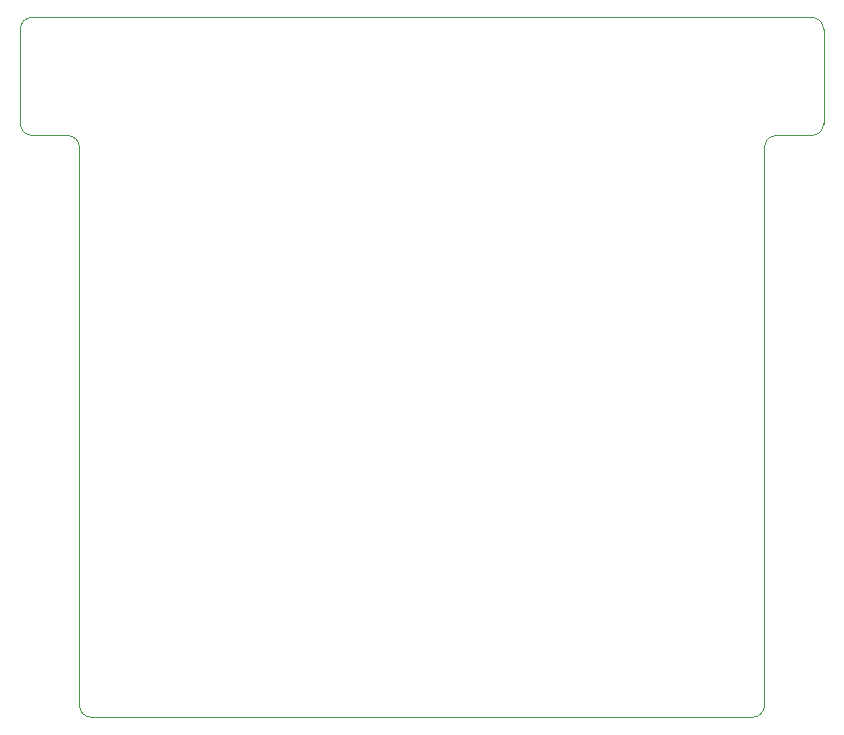
<source format=gm1>
G04 #@! TF.GenerationSoftware,KiCad,Pcbnew,5.1.9+dfsg1-1*
G04 #@! TF.CreationDate,2023-02-08T10:37:42+09:00*
G04 #@! TF.ProjectId,pixel-battery-breakout,70697865-6c2d-4626-9174-746572792d62,rev?*
G04 #@! TF.SameCoordinates,Original*
G04 #@! TF.FileFunction,Profile,NP*
%FSLAX46Y46*%
G04 Gerber Fmt 4.6, Leading zero omitted, Abs format (unit mm)*
G04 Created by KiCad (PCBNEW 5.1.9+dfsg1-1) date 2023-02-08 10:37:42*
%MOMM*%
%LPD*%
G01*
G04 APERTURE LIST*
G04 #@! TA.AperFunction,Profile*
%ADD10C,0.050000*%
G04 #@! TD*
G04 APERTURE END LIST*
D10*
X133500000Y-29250000D02*
X136500000Y-29250000D01*
X196500000Y-29250000D02*
X199500000Y-29250000D01*
X132500000Y-20250000D02*
X132500000Y-28250000D01*
X195500000Y-77500000D02*
G75*
G02*
X194500000Y-78500000I-1000000J0D01*
G01*
X138500000Y-78500000D02*
G75*
G02*
X137500000Y-77500000I0J1000000D01*
G01*
X137500000Y-30250000D02*
X137500000Y-77500000D01*
X195500000Y-30250000D02*
X195500000Y-77500000D01*
X195500000Y-30250000D02*
G75*
G02*
X196500000Y-29250000I1000000J0D01*
G01*
X200500000Y-28250000D02*
G75*
G02*
X199500000Y-29250000I-1000000J0D01*
G01*
X200500000Y-20250000D02*
X200500000Y-28250000D01*
X199500000Y-19250000D02*
G75*
G02*
X200500000Y-20250000I0J-1000000D01*
G01*
X132500000Y-20250000D02*
G75*
G02*
X133500000Y-19250000I1000000J0D01*
G01*
X133500000Y-29250000D02*
G75*
G02*
X132500000Y-28250000I0J1000000D01*
G01*
X136500000Y-29250000D02*
G75*
G02*
X137500000Y-30250000I0J-1000000D01*
G01*
X194500000Y-78500000D02*
X138500000Y-78500000D01*
X133500000Y-19250000D02*
X199500000Y-19250000D01*
M02*

</source>
